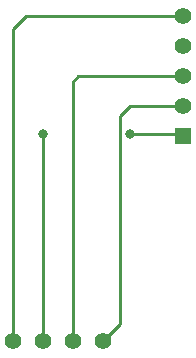
<source format=gbl>
G04 #@! TF.GenerationSoftware,KiCad,Pcbnew,(5.1.6-0-10_14)*
G04 #@! TF.CreationDate,2022-12-26T18:07:59+09:00*
G04 #@! TF.ProjectId,cool536trackballparts,636f6f6c-3533-4367-9472-61636b62616c,rev?*
G04 #@! TF.SameCoordinates,Original*
G04 #@! TF.FileFunction,Copper,L2,Bot*
G04 #@! TF.FilePolarity,Positive*
%FSLAX46Y46*%
G04 Gerber Fmt 4.6, Leading zero omitted, Abs format (unit mm)*
G04 Created by KiCad (PCBNEW (5.1.6-0-10_14)) date 2022-12-26 18:07:59*
%MOMM*%
%LPD*%
G01*
G04 APERTURE LIST*
G04 #@! TA.AperFunction,ComponentPad*
%ADD10C,1.397000*%
G04 #@! TD*
G04 #@! TA.AperFunction,ComponentPad*
%ADD11R,1.397000X1.397000*%
G04 #@! TD*
G04 #@! TA.AperFunction,ViaPad*
%ADD12C,0.800000*%
G04 #@! TD*
G04 #@! TA.AperFunction,Conductor*
%ADD13C,0.250000*%
G04 #@! TD*
G04 APERTURE END LIST*
D10*
X79090000Y-69860000D03*
X76550000Y-69860000D03*
X74010000Y-69860000D03*
X71470000Y-69860000D03*
X85860000Y-42340000D03*
X85860000Y-44880000D03*
X85860000Y-47420000D03*
X85860000Y-49960000D03*
D11*
X85860000Y-52500000D03*
D12*
X74020000Y-52350000D03*
X81370000Y-52310000D03*
D13*
X85860000Y-47420000D02*
X85840000Y-47440000D01*
X85840000Y-47440000D02*
X76990000Y-47440000D01*
X76550000Y-47880000D02*
X76550000Y-69860000D01*
X76990000Y-47440000D02*
X76550000Y-47880000D01*
X79090000Y-69860000D02*
X80554499Y-68395501D01*
X80554499Y-68395501D02*
X80554499Y-50815501D01*
X80554499Y-50815501D02*
X81410000Y-49960000D01*
X81410000Y-49960000D02*
X85860000Y-49960000D01*
X85820000Y-52540000D02*
X85860000Y-52500000D01*
X85670000Y-52310000D02*
X85860000Y-52500000D01*
X74010000Y-69860000D02*
X74010000Y-52360000D01*
X81370000Y-52310000D02*
X85670000Y-52310000D01*
X74010000Y-52360000D02*
X74020000Y-52350000D01*
X72570000Y-42340000D02*
X85860000Y-42340000D01*
X71470000Y-69860000D02*
X71470000Y-43440000D01*
X71470000Y-43440000D02*
X72570000Y-42340000D01*
M02*

</source>
